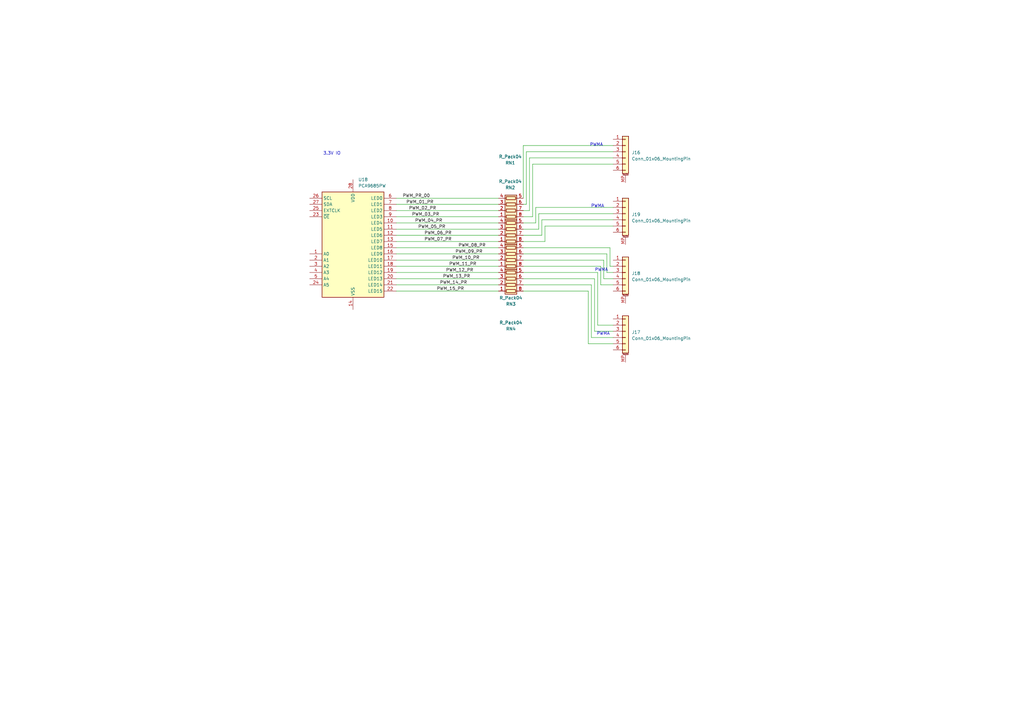
<source format=kicad_sch>
(kicad_sch (version 20250114) (generator "eeschema") (generator_version "9.0")
  (paper "A3")
  (title_block (date "2026-02-08") (rev "0") (company "Logan Fagg") (comment 1 "Licensed under CERN-OHL-S v2") (comment 2 "Copyright © 2026 Logan Fagg") (comment 3 "https://github.com/loganrf/compactPi"))
  (lib_symbols
    (symbol "Connector_Generic_MountingPin:Conn_01x06_MountingPin" (pin_names (offset 1.016) (hide yes))
      (property "Reference" "J" (at 0 7.62 0))
      (property "Value" "Conn_01x06_MountingPin" (at 1.27 -10.16 0))
      (symbol "Conn_01x06_MountingPin_1_1"
        (rectangle (start -1.27 6.35) (end 1.27 -8.89) (stroke (width 0.254)) (fill (type background)))
        (rectangle (start -1.27 5.207) (end 0 4.953) (stroke (width 0.1524)))
        (rectangle (start -1.27 2.667) (end 0 2.413) (stroke (width 0.1524)))
        (rectangle (start -1.27 0.127) (end 0 -0.127) (stroke (width 0.1524)))
        (rectangle (start -1.27 -2.413) (end 0 -2.667) (stroke (width 0.1524)))
        (rectangle (start -1.27 -4.953) (end 0 -5.207) (stroke (width 0.1524)))
        (rectangle (start -1.27 -7.493) (end 0 -7.747) (stroke (width 0.1524)))
        (polyline (pts (xy -1.016 -9.652) (xy 1.016 -9.652)) (stroke (width 0.1524)))
        (text "Mounting" (at 0 -9.271 0) (effects (font (size 0.381 0.381))))
        (pin passive line (at -5.08 5.08 0) (length 3.81) (name "Pin_1") (number "1"))
        (pin passive line (at -5.08 2.54 0) (length 3.81) (name "Pin_2") (number "2"))
        (pin passive line (at -5.08 0 0) (length 3.81) (name "Pin_3") (number "3"))
        (pin passive line (at -5.08 -2.54 0) (length 3.81) (name "Pin_4") (number "4"))
        (pin passive line (at -5.08 -5.08 0) (length 3.81) (name "Pin_5") (number "5"))
        (pin passive line (at -5.08 -7.62 0) (length 3.81) (name "Pin_6") (number "6"))
        (pin passive line (at 0 -12.7 90) (length 3.048) (name "MountPin") (number "MP"))
      )
    )
    (symbol "Device:R_Pack04" (pin_names (offset 0) (hide yes))
      (property "Reference" "RN" (at -7.62 0 90))
      (property "Value" "R_Pack04" (at 5.08 0 90))
      (symbol "R_Pack04_0_1"
        (rectangle (start -6.35 -2.413) (end 3.81 2.413) (stroke (width 0.254)) (fill (type background)))
        (rectangle (start -5.715 1.905) (end -4.445 -1.905) (stroke (width 0.254)))
        (polyline (pts (xy -5.08 1.905) (xy -5.08 2.54)))
        (polyline (pts (xy -5.08 -2.54) (xy -5.08 -1.905)))
        (rectangle (start -3.175 1.905) (end -1.905 -1.905) (stroke (width 0.254)))
        (polyline (pts (xy -2.54 1.905) (xy -2.54 2.54)))
        (polyline (pts (xy -2.54 -2.54) (xy -2.54 -1.905)))
        (rectangle (start -0.635 1.905) (end 0.635 -1.905) (stroke (width 0.254)))
        (polyline (pts (xy 0 1.905) (xy 0 2.54)))
        (polyline (pts (xy 0 -2.54) (xy 0 -1.905)))
        (rectangle (start 1.905 1.905) (end 3.175 -1.905) (stroke (width 0.254)))
        (polyline (pts (xy 2.54 1.905) (xy 2.54 2.54)))
        (polyline (pts (xy 2.54 -2.54) (xy 2.54 -1.905)))
      )
      (symbol "R_Pack04_1_1"
        (pin passive line (at -5.08 5.08 270) (length 2.54) (name "R1.2") (number "8"))
        (pin passive line (at -5.08 -5.08 90) (length 2.54) (name "R1.1") (number "1"))
        (pin passive line (at -2.54 5.08 270) (length 2.54) (name "R2.2") (number "7"))
        (pin passive line (at -2.54 -5.08 90) (length 2.54) (name "R2.1") (number "2"))
        (pin passive line (at 0 5.08 270) (length 2.54) (name "R3.2") (number "6"))
        (pin passive line (at 0 -5.08 90) (length 2.54) (name "R3.1") (number "3"))
        (pin passive line (at 2.54 5.08 270) (length 2.54) (name "R4.2") (number "5"))
        (pin passive line (at 2.54 -5.08 90) (length 2.54) (name "R4.1") (number "4"))
      )
    )
    (symbol "Driver_LED:PCA9685PW"
      (property "Reference" "U" (at -12.7 22.225 0))
      (property "Value" "PCA9685PW" (at 1.27 22.225 0))
      (symbol "PCA9685PW_0_1"
        (rectangle (start -12.7 20.32) (end 12.7 -22.86) (stroke (width 0.254)) (fill (type background)))
      )
      (symbol "PCA9685PW_1_1"
        (pin input line (at -17.78 17.78 0) (length 5.08) (name "SCL") (number "26"))
        (pin bidirectional line (at -17.78 15.24 0) (length 5.08) (name "SDA") (number "27"))
        (pin input line (at -17.78 12.7 0) (length 5.08) (name "EXTCLK") (number "25"))
        (pin input line (at -17.78 10.16 0) (length 5.08) (name "~{OE}") (number "23"))
        (pin input line (at -17.78 -5.08 0) (length 5.08) (name "A0") (number "1"))
        (pin input line (at -17.78 -7.62 0) (length 5.08) (name "A1") (number "2"))
        (pin input line (at -17.78 -10.16 0) (length 5.08) (name "A2") (number "3"))
        (pin input line (at -17.78 -12.7 0) (length 5.08) (name "A3") (number "4"))
        (pin input line (at -17.78 -15.24 0) (length 5.08) (name "A4") (number "5"))
        (pin input line (at -17.78 -17.78 0) (length 5.08) (name "A5") (number "24"))
        (pin power_in line (at 0 25.4 270) (length 5.08) (name "VDD") (number "28"))
        (pin power_in line (at 0 -27.94 90) (length 5.08) (name "VSS") (number "14"))
        (pin output line (at 17.78 17.78 180) (length 5.08) (name "LED0") (number "6"))
        (pin output line (at 17.78 15.24 180) (length 5.08) (name "LED1") (number "7"))
        (pin output line (at 17.78 12.7 180) (length 5.08) (name "LED2") (number "8"))
        (pin output line (at 17.78 10.16 180) (length 5.08) (name "LED3") (number "9"))
        (pin output line (at 17.78 7.62 180) (length 5.08) (name "LED4") (number "10"))
        (pin output line (at 17.78 5.08 180) (length 5.08) (name "LED5") (number "11"))
        (pin output line (at 17.78 2.54 180) (length 5.08) (name "LED6") (number "12"))
        (pin output line (at 17.78 0 180) (length 5.08) (name "LED7") (number "13"))
        (pin output line (at 17.78 -2.54 180) (length 5.08) (name "LED8") (number "15"))
        (pin output line (at 17.78 -5.08 180) (length 5.08) (name "LED9") (number "16"))
        (pin output line (at 17.78 -7.62 180) (length 5.08) (name "LED10") (number "17"))
        (pin output line (at 17.78 -10.16 180) (length 5.08) (name "LED11") (number "18"))
        (pin output line (at 17.78 -12.7 180) (length 5.08) (name "LED12") (number "19"))
        (pin output line (at 17.78 -15.24 180) (length 5.08) (name "LED13") (number "20"))
        (pin output line (at 17.78 -17.78 180) (length 5.08) (name "LED14") (number "21"))
        (pin output line (at 17.78 -20.32 180) (length 5.08) (name "LED15") (number "22"))
      )
    )
  )
  (text "PWMA" (at 246.634 110.744 0) (effects (font (size 1.27 1.27))))
  (text "3.3V IO" (at 136.144 62.992 0) (effects (font (size 1.27 1.27))))
  (text "PWMA" (at 247.396 136.906 0) (effects (font (size 1.27 1.27))))
  (text "PWMA" (at 245.11 84.582 0) (effects (font (size 1.27 1.27))))
  (text "PWMA" (at 244.602 59.436 0) (effects (font (size 1.27 1.27))))
  (wire (pts (xy 214.63 86.36) (xy 217.17 86.36)))
  (wire (pts (xy 214.63 104.14) (xy 248.92 104.14)))
  (wire (pts (xy 214.63 114.3) (xy 243.84 114.3)))
  (wire (pts (xy 162.56 104.14) (xy 204.47 104.14)))
  (wire (pts (xy 214.63 96.52) (xy 222.25 96.52)))
  (wire (pts (xy 215.9 62.23) (xy 215.9 83.82)))
  (wire (pts (xy 250.19 109.22) (xy 250.19 101.6)))
  (wire (pts (xy 214.63 59.69) (xy 251.46 59.69)))
  (wire (pts (xy 214.63 119.38) (xy 241.3 119.38)))
  (wire (pts (xy 162.56 99.06) (xy 204.47 99.06)))
  (wire (pts (xy 218.44 67.31) (xy 218.44 88.9)))
  (wire (pts (xy 162.56 109.22) (xy 204.47 109.22)))
  (wire (pts (xy 214.63 109.22) (xy 246.38 109.22)))
  (wire (pts (xy 251.46 109.22) (xy 250.19 109.22)))
  (wire (pts (xy 241.3 119.38) (xy 241.3 140.97)))
  (wire (pts (xy 162.56 91.44) (xy 204.47 91.44)))
  (wire (pts (xy 251.46 92.71) (xy 223.52 92.71)))
  (wire (pts (xy 222.25 96.52) (xy 222.25 90.17)))
  (wire (pts (xy 243.84 135.89) (xy 251.46 135.89)))
  (wire (pts (xy 162.56 111.76) (xy 204.47 111.76)))
  (wire (pts (xy 243.84 114.3) (xy 243.84 135.89)))
  (wire (pts (xy 247.65 114.3) (xy 247.65 106.68)))
  (wire (pts (xy 215.9 83.82) (xy 214.63 83.82)))
  (wire (pts (xy 251.46 114.3) (xy 247.65 114.3)))
  (wire (pts (xy 220.98 87.63) (xy 220.98 93.98)))
  (wire (pts (xy 162.56 86.36) (xy 204.47 86.36)))
  (wire (pts (xy 242.57 116.84) (xy 214.63 116.84)))
  (wire (pts (xy 250.19 101.6) (xy 214.63 101.6)))
  (wire (pts (xy 251.46 138.43) (xy 242.57 138.43)))
  (wire (pts (xy 251.46 62.23) (xy 215.9 62.23)))
  (wire (pts (xy 162.56 116.84) (xy 204.47 116.84)))
  (wire (pts (xy 214.63 91.44) (xy 219.71 91.44)))
  (wire (pts (xy 162.56 101.6) (xy 204.47 101.6)))
  (wire (pts (xy 162.56 83.82) (xy 204.47 83.82)))
  (wire (pts (xy 218.44 88.9) (xy 214.63 88.9)))
  (wire (pts (xy 219.71 85.09) (xy 251.46 85.09)))
  (wire (pts (xy 217.17 86.36) (xy 217.17 64.77)))
  (wire (pts (xy 248.92 104.14) (xy 248.92 111.76)))
  (wire (pts (xy 223.52 92.71) (xy 223.52 99.06)))
  (wire (pts (xy 251.46 133.35) (xy 245.11 133.35)))
  (wire (pts (xy 214.63 81.28) (xy 214.63 59.69)))
  (wire (pts (xy 162.56 93.98) (xy 204.47 93.98)))
  (wire (pts (xy 248.92 111.76) (xy 251.46 111.76)))
  (wire (pts (xy 162.56 96.52) (xy 204.47 96.52)))
  (wire (pts (xy 251.46 67.31) (xy 218.44 67.31)))
  (wire (pts (xy 162.56 88.9) (xy 204.47 88.9)))
  (wire (pts (xy 162.56 114.3) (xy 204.47 114.3)))
  (wire (pts (xy 162.56 106.68) (xy 204.47 106.68)))
  (wire (pts (xy 220.98 93.98) (xy 214.63 93.98)))
  (wire (pts (xy 242.57 138.43) (xy 242.57 116.84)))
  (wire (pts (xy 241.3 140.97) (xy 251.46 140.97)))
  (wire (pts (xy 219.71 91.44) (xy 219.71 85.09)))
  (wire (pts (xy 246.38 116.84) (xy 251.46 116.84)))
  (wire (pts (xy 245.11 111.76) (xy 245.11 133.35)))
  (wire (pts (xy 245.11 111.76) (xy 214.63 111.76)))
  (wire (pts (xy 247.65 106.68) (xy 214.63 106.68)))
  (wire (pts (xy 217.17 64.77) (xy 251.46 64.77)))
  (wire (pts (xy 246.38 109.22) (xy 246.38 116.84)))
  (wire (pts (xy 162.56 119.38) (xy 204.47 119.38)))
  (wire (pts (xy 222.25 90.17) (xy 251.46 90.17)))
  (wire (pts (xy 223.52 99.06) (xy 214.63 99.06)))
  (wire (pts (xy 162.56 81.28) (xy 204.47 81.28)))
  (wire (pts (xy 251.46 87.63) (xy 220.98 87.63)))
  (label "PWM_02_PR" (at 167.64 86.36 0))
  (label "PWM_08_PR" (at 187.96 101.6 0))
  (label "PWM_12_PR" (at 182.88 111.76 0))
  (label "PWM_PR_00" (at 165.1 81.28 0))
  (label "PWM_14_PR" (at 180.34 116.84 0))
  (label "PWM_05_PR" (at 171.45 93.98 0))
  (label "PWM_01_PR" (at 166.5661 83.82 0))
  (label "PWM_11_PR" (at 184.15 109.22 0))
  (label "PWM_07_PR" (at 173.99 99.06 0))
  (label "PWM_10_PR" (at 185.42 106.68 0))
  (label "PWM_15_PR" (at 179.07 119.38 0))
  (label "PWM_03_PR" (at 168.91 88.9 0))
  (label "PWM_06_PR" (at 173.99 96.52 0))
  (label "PWM_13_PR" (at 181.61 114.3 0))
  (label "PWM_09_PR" (at 186.69 104.14 0))
  (label "PWM_04_PR" (at 170.18 91.44 0))
  (symbol (lib_id "Connector_Generic_MountingPin:Conn_01x06_MountingPin") (at 256.54 111.76 0) (unit 1)
    (property "Reference" "J18" (at 259.08 112.1155 0) (effects (justify left)))
    (property "Value" "Conn_01x06_MountingPin" (at 259.08 114.6555 0) (effects (justify left)))
    (property "Footprint" "Connector_JST:JST_GH_SM06B-GHS-TB_1x06-1MP_P1.25mm_Horizontal" (effects (hide yes)))
    (property "Description" "Generic connectable mounting pin connector, single row, 01x06, script generated (kicad-library-utils/schlib/autogen/connector/)" (effects (hide yes)))
  )
  (symbol (lib_id "Device:R_Pack04") (at 209.55 114.3 270) (mirror x) (unit 1)
    (property "Reference" "RN4" (at 209.55 134.874 90))
    (property "Value" "R_Pack04" (at 209.55 132.334 90))
    (property "Footprint" "Package_SO:MSOP-8_3x3mm_P0.65mm" (effects (hide yes)))
    (property "Description" "4 resistor network, parallel topology" (effects (hide yes)))
  )
  (symbol (lib_id "Connector_Generic_MountingPin:Conn_01x06_MountingPin") (at 256.54 62.23 0) (unit 1)
    (property "Reference" "J16" (at 259.08 62.5855 0) (effects (justify left)))
    (property "Value" "Conn_01x06_MountingPin" (at 259.08 65.1255 0) (effects (justify left)))
    (property "Footprint" "Connector_JST:JST_GH_SM06B-GHS-TB_1x06-1MP_P1.25mm_Horizontal" (effects (hide yes)))
    (property "Description" "Generic connectable mounting pin connector, single row, 01x06, script generated (kicad-library-utils/schlib/autogen/connector/)" (effects (hide yes)))
  )
  (symbol (lib_id "Device:R_Pack04") (at 209.55 93.98 270) (mirror x) (unit 1)
    (property "Reference" "RN2" (at 209.296 76.962 90))
    (property "Value" "R_Pack04" (at 209.296 74.422 90))
    (property "Footprint" "Package_SO:MSOP-8_3x3mm_P0.65mm" (effects (hide yes)))
    (property "Description" "4 resistor network, parallel topology" (effects (hide yes)))
  )
  (symbol (lib_id "Driver_LED:PCA9685PW") (at 144.78 99.06 0) (unit 1)
    (property "Reference" "U18" (at 146.9233 73.66 0) (effects (justify left)))
    (property "Value" "PCA9685PW" (at 146.9233 76.2 0) (effects (justify left)))
    (property "Footprint" "Package_SO:TSSOP-28_4.4x9.7mm_P0.65mm" (effects (hide yes)))
    (property "Datasheet" "http://www.nxp.com/docs/en/data-sheet/PCA9685.pdf" (effects (hide yes)))
    (property "Description" "16-channel 12-bit PWM Fm+ I2C-bus LED controller RGBA TSSOP" (effects (hide yes)))
  )
  (symbol (lib_id "Connector_Generic_MountingPin:Conn_01x06_MountingPin") (at 256.54 87.63 0) (unit 1)
    (property "Reference" "J19" (at 259.08 87.9855 0) (effects (justify left)))
    (property "Value" "Conn_01x06_MountingPin" (at 259.08 90.5255 0) (effects (justify left)))
    (property "Footprint" "Connector_JST:JST_GH_SM06B-GHS-TB_1x06-1MP_P1.25mm_Horizontal" (effects (hide yes)))
    (property "Description" "Generic connectable mounting pin connector, single row, 01x06, script generated (kicad-library-utils/schlib/autogen/connector/)" (effects (hide yes)))
  )
  (symbol (lib_id "Device:R_Pack04") (at 209.55 104.14 270) (mirror x) (unit 1)
    (property "Reference" "RN3" (at 209.55 124.714 90))
    (property "Value" "R_Pack04" (at 209.55 122.174 90))
    (property "Footprint" "Package_SO:MSOP-8_3x3mm_P0.65mm" (effects (hide yes)))
    (property "Description" "4 resistor network, parallel topology" (effects (hide yes)))
  )
  (symbol (lib_id "Device:R_Pack04") (at 209.55 83.82 270) (mirror x) (unit 1)
    (property "Reference" "RN1" (at 209.296 66.802 90))
    (property "Value" "R_Pack04" (at 209.296 64.262 90))
    (property "Footprint" "Package_SO:MSOP-8_3x3mm_P0.65mm" (effects (hide yes)))
    (property "Description" "4 resistor network, parallel topology" (effects (hide yes)))
  )
  (symbol (lib_id "Connector_Generic_MountingPin:Conn_01x06_MountingPin") (at 256.54 135.89 0) (unit 1)
    (property "Reference" "J17" (at 259.08 136.2455 0) (effects (justify left)))
    (property "Value" "Conn_01x06_MountingPin" (at 259.08 138.7855 0) (effects (justify left)))
    (property "Footprint" "Connector_JST:JST_GH_SM06B-GHS-TB_1x06-1MP_P1.25mm_Horizontal" (effects (hide yes)))
    (property "Description" "Generic connectable mounting pin connector, single row, 01x06, script generated (kicad-library-utils/schlib/autogen/connector/)" (effects (hide yes)))
  )
)
</source>
